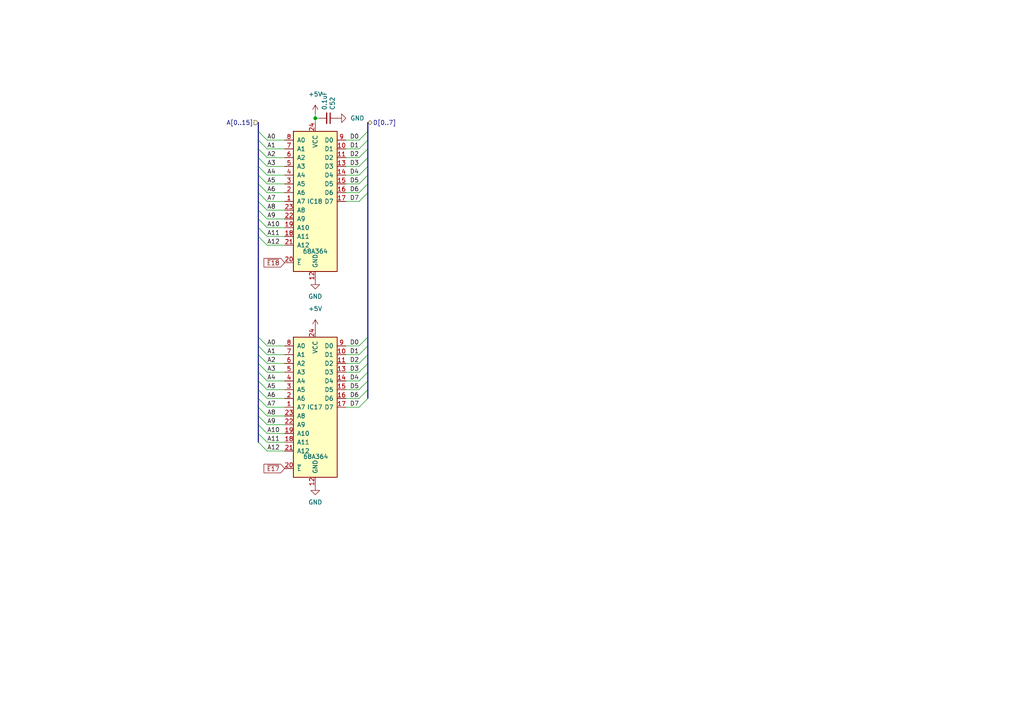
<source format=kicad_sch>
(kicad_sch (version 20231120) (generator "eeschema") (generator_version "8.0")
  (paper "A4")
  (lib_symbols
    (symbol "Device:C_Small" (pin_numbers hide) (pin_names (offset 0.254) hide)
      (property "Reference" "C" (at 0.254 1.778 0))
      (property "Value" "C_Small" (at 0.254 -2.032 0))
      (symbol "C_Small_0_1"
        (polyline (pts (xy -1.524 -0.508) (xy 1.524 -0.508)) (stroke (width 0.3302)))
        (polyline (pts (xy -1.524 0.508) (xy 1.524 0.508)) (stroke (width 0.3048)))
      )
      (symbol "C_Small_1_1"
        (pin passive line (at 0 2.54 270) (length 2.032) (name "~") (number "1"))
        (pin passive line (at 0 -2.54 90) (length 2.032) (name "~") (number "2"))
      )
    )
    (symbol "Memory_ROM_Dragon:BASIC_8K" (pin_names (offset 1.016))
      (property "Reference" "U" (at 2.54 24.13 0))
      (property "Value" "Memory_ROM_Dragon_BASIC_8K" (at 8.89 21.59 0))
      (symbol "BASIC_8K_0_1"
        (rectangle (start -6.35 20.32) (end 6.35 -20.32) (stroke (width 0.254)) (fill (type background)))
      )
      (symbol "BASIC_8K_1_1"
        (pin input line (at -8.89 0 0) (length 2.54) (name "A7") (number "1"))
        (pin tri_state line (at 8.89 15.24 180) (length 2.54) (name "D1") (number "10"))
        (pin tri_state line (at 8.89 12.7 180) (length 2.54) (name "D2") (number "11"))
        (pin power_in line (at 0 -22.86 90) (length 2.54) (name "GND") (number "12"))
        (pin tri_state line (at 8.89 10.16 180) (length 2.54) (name "D3") (number "13"))
        (pin tri_state line (at 8.89 7.62 180) (length 2.54) (name "D4") (number "14"))
        (pin tri_state line (at 8.89 5.08 180) (length 2.54) (name "D5") (number "15"))
        (pin tri_state line (at 8.89 2.54 180) (length 2.54) (name "D6") (number "16"))
        (pin tri_state line (at 8.89 0 180) (length 2.54) (name "D7") (number "17"))
        (pin input line (at -8.89 -10.16 0) (length 2.54) (name "A11") (number "18"))
        (pin input line (at -8.89 -7.62 0) (length 2.54) (name "A10") (number "19"))
        (pin input line (at -8.89 2.54 0) (length 2.54) (name "A6") (number "2"))
        (pin input line (at -8.89 -17.78 0) (length 2.54) (name "~{E}") (number "20"))
        (pin input line (at -8.89 -12.7 0) (length 2.54) (name "A12") (number "21"))
        (pin input line (at -8.89 -5.08 0) (length 2.54) (name "A9") (number "22"))
        (pin input line (at -8.89 -2.54 0) (length 2.54) (name "A8") (number "23"))
        (pin power_in line (at 0 22.86 270) (length 2.54) (name "VCC") (number "24"))
        (pin input line (at -8.89 5.08 0) (length 2.54) (name "A5") (number "3"))
        (pin input line (at -8.89 7.62 0) (length 2.54) (name "A4") (number "4"))
        (pin input line (at -8.89 10.16 0) (length 2.54) (name "A3") (number "5"))
        (pin input line (at -8.89 12.7 0) (length 2.54) (name "A2") (number "6"))
        (pin input line (at -8.89 15.24 0) (length 2.54) (name "A1") (number "7"))
        (pin input line (at -8.89 17.78 0) (length 2.54) (name "A0") (number "8"))
        (pin tri_state line (at 8.89 17.78 180) (length 2.54) (name "D0") (number "9"))
      )
    )
    (symbol "power:+5V" (power) (pin_names (offset 0))
      (property "Value" "+5V" (at 0 3.556 0))
      (symbol "+5V_0_1"
        (polyline (pts (xy -0.762 1.27) (xy 0 2.54)))
        (polyline (pts (xy 0 0) (xy 0 2.54)))
        (polyline (pts (xy 0 2.54) (xy 0.762 1.27)))
      )
      (symbol "+5V_1_1"
        (pin power_in line (at 0 0 90) (length 0) hide (name "+5V") (number "1"))
      )
    )
    (symbol "power:GND" (power) (pin_names (offset 0))
      (property "Value" "GND" (at 0 -3.81 0))
      (symbol "GND_0_1"
        (polyline (pts (xy 0 0) (xy 0 -1.27) (xy 1.27 -1.27) (xy 0 -2.54) (xy -1.27 -1.27) (xy 0 -1.27)))
      )
      (symbol "GND_1_1"
        (pin power_in line (at 0 0 270) (length 0) hide (name "GND") (number "1"))
      )
    )
  )
  (junction (at 91.44 34.29))
  (bus_entry (at 74.93 97.79) (size 2.54 2.54))
  (bus_entry (at 106.68 97.79) (size -2.54 2.54))
  (bus_entry (at 74.93 60.96) (size 2.54 2.54))
  (bus_entry (at 74.93 48.26) (size 2.54 2.54))
  (bus_entry (at 74.93 113.03) (size 2.54 2.54))
  (bus_entry (at 74.93 38.1) (size 2.54 2.54))
  (bus_entry (at 74.93 58.42) (size 2.54 2.54))
  (bus_entry (at 74.93 115.57) (size 2.54 2.54))
  (bus_entry (at 106.68 45.72) (size -2.54 2.54))
  (bus_entry (at 106.68 110.49) (size -2.54 2.54))
  (bus_entry (at 106.68 102.87) (size -2.54 2.54))
  (bus_entry (at 106.68 40.64) (size -2.54 2.54))
  (bus_entry (at 74.93 118.11) (size 2.54 2.54))
  (bus_entry (at 74.93 53.34) (size 2.54 2.54))
  (bus_entry (at 106.68 107.95) (size -2.54 2.54))
  (bus_entry (at 74.93 43.18) (size 2.54 2.54))
  (bus_entry (at 74.93 100.33) (size 2.54 2.54))
  (bus_entry (at 74.93 40.64) (size 2.54 2.54))
  (bus_entry (at 74.93 55.88) (size 2.54 2.54))
  (bus_entry (at 74.93 107.95) (size 2.54 2.54))
  (bus_entry (at 74.93 128.27) (size 2.54 2.54))
  (bus_entry (at 106.68 53.34) (size -2.54 2.54))
  (bus_entry (at 106.68 115.57) (size -2.54 2.54))
  (bus_entry (at 106.68 48.26) (size -2.54 2.54))
  (bus_entry (at 106.68 100.33) (size -2.54 2.54))
  (bus_entry (at 74.93 66.04) (size 2.54 2.54))
  (bus_entry (at 74.93 123.19) (size 2.54 2.54))
  (bus_entry (at 106.68 105.41) (size -2.54 2.54))
  (bus_entry (at 106.68 50.8) (size -2.54 2.54))
  (bus_entry (at 106.68 38.1) (size -2.54 2.54))
  (bus_entry (at 106.68 113.03) (size -2.54 2.54))
  (bus_entry (at 74.93 120.65) (size 2.54 2.54))
  (bus_entry (at 74.93 63.5) (size 2.54 2.54))
  (bus_entry (at 106.68 43.18) (size -2.54 2.54))
  (bus_entry (at 74.93 68.58) (size 2.54 2.54))
  (bus_entry (at 106.68 55.88) (size -2.54 2.54))
  (bus_entry (at 74.93 50.8) (size 2.54 2.54))
  (bus_entry (at 74.93 110.49) (size 2.54 2.54))
  (bus_entry (at 74.93 45.72) (size 2.54 2.54))
  (bus_entry (at 74.93 102.87) (size 2.54 2.54))
  (bus_entry (at 74.93 105.41) (size 2.54 2.54))
  (bus_entry (at 74.93 125.73) (size 2.54 2.54))
  (bus (pts (xy 74.93 100.33) (xy 74.93 102.87)))
  (wire (pts (xy 82.55 100.33) (xy 77.47 100.33)))
  (bus (pts (xy 74.93 35.56) (xy 74.93 38.1)))
  (bus (pts (xy 74.93 105.41) (xy 74.93 107.95)))
  (bus (pts (xy 74.93 68.58) (xy 74.93 97.79)))
  (wire (pts (xy 82.55 105.41) (xy 77.47 105.41)))
  (wire (pts (xy 82.55 40.64) (xy 77.47 40.64)))
  (wire (pts (xy 104.14 102.87) (xy 100.33 102.87)))
  (bus (pts (xy 74.93 63.5) (xy 74.93 66.04)))
  (bus (pts (xy 106.68 102.87) (xy 106.68 105.41)))
  (wire (pts (xy 104.14 118.11) (xy 100.33 118.11)))
  (wire (pts (xy 104.14 100.33) (xy 100.33 100.33)))
  (wire (pts (xy 82.55 123.19) (xy 77.47 123.19)))
  (bus (pts (xy 106.68 105.41) (xy 106.68 107.95)))
  (bus (pts (xy 74.93 113.03) (xy 74.93 115.57)))
  (bus (pts (xy 74.93 43.18) (xy 74.93 45.72)))
  (wire (pts (xy 104.14 115.57) (xy 100.33 115.57)))
  (wire (pts (xy 104.14 107.95) (xy 100.33 107.95)))
  (wire (pts (xy 82.55 102.87) (xy 77.47 102.87)))
  (bus (pts (xy 74.93 110.49) (xy 74.93 113.03)))
  (bus (pts (xy 106.68 100.33) (xy 106.68 102.87)))
  (wire (pts (xy 82.55 113.03) (xy 77.47 113.03)))
  (bus (pts (xy 106.68 43.18) (xy 106.68 45.72)))
  (wire (pts (xy 104.14 53.34) (xy 100.33 53.34)))
  (wire (pts (xy 82.55 60.96) (xy 77.47 60.96)))
  (wire (pts (xy 82.55 128.27) (xy 77.47 128.27)))
  (wire (pts (xy 104.14 55.88) (xy 100.33 55.88)))
  (wire (pts (xy 82.55 53.34) (xy 77.47 53.34)))
  (bus (pts (xy 74.93 97.79) (xy 74.93 100.33)))
  (bus (pts (xy 74.93 48.26) (xy 74.93 50.8)))
  (wire (pts (xy 104.14 110.49) (xy 100.33 110.49)))
  (wire (pts (xy 82.55 115.57) (xy 77.47 115.57)))
  (bus (pts (xy 106.68 40.64) (xy 106.68 43.18)))
  (wire (pts (xy 92.71 34.29) (xy 91.44 34.29)))
  (wire (pts (xy 104.14 50.8) (xy 100.33 50.8)))
  (wire (pts (xy 82.55 120.65) (xy 77.47 120.65)))
  (bus (pts (xy 74.93 40.64) (xy 74.93 43.18)))
  (wire (pts (xy 91.44 34.29) (xy 91.44 35.56)))
  (bus (pts (xy 106.68 50.8) (xy 106.68 53.34)))
  (wire (pts (xy 82.55 107.95) (xy 77.47 107.95)))
  (bus (pts (xy 74.93 120.65) (xy 74.93 123.19)))
  (bus (pts (xy 74.93 53.34) (xy 74.93 55.88)))
  (wire (pts (xy 82.55 45.72) (xy 77.47 45.72)))
  (bus (pts (xy 106.68 48.26) (xy 106.68 50.8)))
  (bus (pts (xy 74.93 45.72) (xy 74.93 48.26)))
  (bus (pts (xy 74.93 38.1) (xy 74.93 40.64)))
  (bus (pts (xy 74.93 55.88) (xy 74.93 58.42)))
  (bus (pts (xy 74.93 123.19) (xy 74.93 125.73)))
  (wire (pts (xy 82.55 68.58) (xy 77.47 68.58)))
  (wire (pts (xy 82.55 125.73) (xy 77.47 125.73)))
  (wire (pts (xy 82.55 63.5) (xy 77.47 63.5)))
  (wire (pts (xy 82.55 58.42) (xy 77.47 58.42)))
  (wire (pts (xy 104.14 40.64) (xy 100.33 40.64)))
  (wire (pts (xy 82.55 110.49) (xy 77.47 110.49)))
  (bus (pts (xy 106.68 35.56) (xy 106.68 38.1)))
  (bus (pts (xy 74.93 125.73) (xy 74.93 128.27)))
  (bus (pts (xy 74.93 115.57) (xy 74.93 118.11)))
  (bus (pts (xy 74.93 102.87) (xy 74.93 105.41)))
  (wire (pts (xy 82.55 43.18) (xy 77.47 43.18)))
  (bus (pts (xy 74.93 66.04) (xy 74.93 68.58)))
  (bus (pts (xy 74.93 50.8) (xy 74.93 53.34)))
  (wire (pts (xy 82.55 50.8) (xy 77.47 50.8)))
  (wire (pts (xy 82.55 55.88) (xy 77.47 55.88)))
  (bus (pts (xy 74.93 60.96) (xy 74.93 63.5)))
  (wire (pts (xy 104.14 113.03) (xy 100.33 113.03)))
  (wire (pts (xy 82.55 71.12) (xy 77.47 71.12)))
  (bus (pts (xy 74.93 118.11) (xy 74.93 120.65)))
  (wire (pts (xy 82.55 130.81) (xy 77.47 130.81)))
  (bus (pts (xy 106.68 113.03) (xy 106.68 115.57)))
  (bus (pts (xy 106.68 55.88) (xy 106.68 97.79)))
  (bus (pts (xy 106.68 38.1) (xy 106.68 40.64)))
  (bus (pts (xy 74.93 58.42) (xy 74.93 60.96)))
  (bus (pts (xy 74.93 107.95) (xy 74.93 110.49)))
  (wire (pts (xy 91.44 33.02) (xy 91.44 34.29)))
  (wire (pts (xy 82.55 48.26) (xy 77.47 48.26)))
  (bus (pts (xy 106.68 110.49) (xy 106.68 113.03)))
  (wire (pts (xy 104.14 58.42) (xy 100.33 58.42)))
  (wire (pts (xy 82.55 118.11) (xy 77.47 118.11)))
  (bus (pts (xy 106.68 53.34) (xy 106.68 55.88)))
  (bus (pts (xy 106.68 45.72) (xy 106.68 48.26)))
  (wire (pts (xy 104.14 48.26) (xy 100.33 48.26)))
  (wire (pts (xy 104.14 45.72) (xy 100.33 45.72)))
  (bus (pts (xy 106.68 107.95) (xy 106.68 110.49)))
  (bus (pts (xy 106.68 97.79) (xy 106.68 100.33)))
  (wire (pts (xy 104.14 43.18) (xy 100.33 43.18)))
  (wire (pts (xy 82.55 66.04) (xy 77.47 66.04)))
  (wire (pts (xy 104.14 105.41) (xy 100.33 105.41)))
  (label "A7" (at 77.47 58.42 0))
  (label "A8" (at 77.47 120.65 0))
  (label "A11" (at 77.47 68.58 0))
  (label "A6" (at 77.47 55.88 0))
  (label "A2" (at 77.47 45.72 0))
  (label "D7" (at 104.14 58.42 180))
  (label "A0" (at 77.47 100.33 0))
  (label "D1" (at 104.14 43.18 180))
  (label "A12" (at 77.47 71.12 0))
  (label "A3" (at 77.47 107.95 0))
  (label "A11" (at 77.47 128.27 0))
  (label "A9" (at 77.47 123.19 0))
  (label "D2" (at 104.14 105.41 180))
  (label "A6" (at 77.47 115.57 0))
  (label "A2" (at 77.47 105.41 0))
  (label "D5" (at 104.14 113.03 180))
  (label "A1" (at 77.47 43.18 0))
  (label "A4" (at 77.47 50.8 0))
  (label "A10" (at 77.47 125.73 0))
  (label "D5" (at 104.14 53.34 180))
  (label "D0" (at 104.14 100.33 180))
  (label "A8" (at 77.47 60.96 0))
  (label "A1" (at 77.47 102.87 0))
  (label "D6" (at 104.14 115.57 180))
  (label "A0" (at 77.47 40.64 0))
  (label "A7" (at 77.47 118.11 0))
  (label "D3" (at 104.14 48.26 180))
  (label "D1" (at 104.14 102.87 180))
  (label "A5" (at 77.47 53.34 0))
  (label "D4" (at 104.14 50.8 180))
  (label "D3" (at 104.14 107.95 180))
  (label "A5" (at 77.47 113.03 0))
  (label "A12" (at 77.47 130.81 0))
  (label "D7" (at 104.14 118.11 180))
  (label "D4" (at 104.14 110.49 180))
  (label "A4" (at 77.47 110.49 0))
  (label "D0" (at 104.14 40.64 180))
  (label "D2" (at 104.14 45.72 180))
  (label "A10" (at 77.47 66.04 0))
  (label "A9" (at 77.47 63.5 0))
  (label "D6" (at 104.14 55.88 180))
  (label "A3" (at 77.47 48.26 0))
  (global_label "~{E17}" (shape input) (at 82.55 135.89 180) (property "Intersheetrefs" "${INTERSHEET_REFS}" (effects (hide yes))))
  (global_label "~{E18}" (shape input) (at 82.55 76.2 180) (property "Intersheetrefs" "${INTERSHEET_REFS}" (effects (hide yes))))
  (hierarchical_label "A[0..15]" (shape input) (at 74.93 35.56 180))
  (hierarchical_label "D[0..7]" (shape bidirectional) (at 106.68 35.56 0))
  (symbol (lib_id "Device:C_Small") (at 95.25 34.29 270) (mirror x) (unit 1)
    (property "Reference" "C52" (at 96.4184 31.9532 0) (effects (justify left)))
    (property "Value" "0.1uF" (at 94.107 31.9532 0) (effects (justify left)))
    (property "Footprint" "Capacitor_THT:C_Disc_D4.3mm_W1.9mm_P5.00mm" (effects (hide yes)))
    (property "Datasheet" "https://www.vishay.com/docs/45171/kseries.pdf" (effects (hide yes)))
    (property "DigiKey" "BC1101CT-ND" (effects (hide yes)))
  )
  (symbol (lib_id "power:GND") (at 91.44 81.28 0) (unit 1)
    (property "Reference" "#PWR026" (effects (hide yes)))
    (property "Value" "GND" (at 91.44 85.979 0))
  )
  (symbol (lib_id "Memory_ROM_Dragon:BASIC_8K") (at 91.44 118.11 0) (unit 1)
    (property "Reference" "IC17" (at 91.3174 118.0821 0))
    (property "Value" "68A364" (at 91.5714 132.4331 0))
    (property "Footprint" "Package_DIP:DIP-24_W15.24mm" (effects (hide yes)))
    (property "Note" "donor only" (effects (hide yes)))
    (property "SA2120" "Sheet 1" (effects (hide yes)))
  )
  (symbol (lib_id "power:+5V") (at 91.44 95.25 0) (unit 1)
    (property "Reference" "#PWR027" (effects (hide yes)))
    (property "Value" "+5V" (at 91.44 89.535 0))
  )
  (symbol (lib_id "power:GND") (at 91.44 140.97 0) (unit 1)
    (property "Reference" "#PWR028" (effects (hide yes)))
    (property "Value" "GND" (at 91.44 145.669 0))
  )
  (symbol (lib_id "Memory_ROM_Dragon:BASIC_8K") (at 91.44 58.42 0) (unit 1)
    (property "Reference" "IC18" (at 91.313 58.42 0))
    (property "Value" "68A364" (at 91.44 72.898 0))
    (property "Footprint" "Package_DIP:DIP-24_W15.24mm" (effects (hide yes)))
    (property "Note" "donor only" (effects (hide yes)))
    (property "SA2120" "Sheet 1" (effects (hide yes)))
  )
  (symbol (lib_id "power:GND") (at 97.79 34.29 90) (unit 1)
    (property "Reference" "#PWR029" (effects (hide yes)))
    (property "Value" "GND" (at 101.6 34.2899 90) (effects (justify right)))
  )
  (symbol (lib_id "power:+5V") (at 91.44 33.02 0) (unit 1)
    (property "Reference" "#PWR025" (effects (hide yes)))
    (property "Value" "+5V" (at 91.44 27.305 0))
  )
)
</source>
